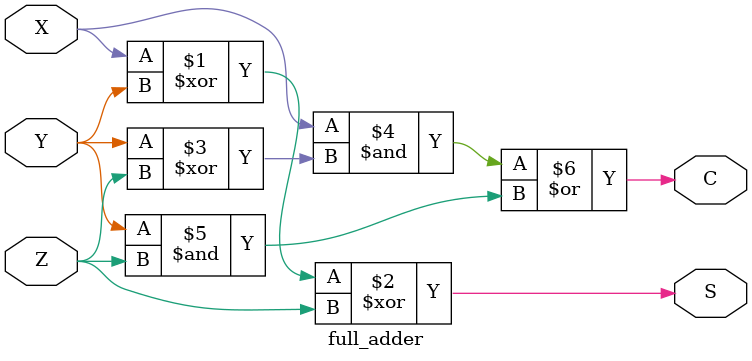
<source format=v>
module Ad_sub_4bit(a,b,sel,CB,r);  ///when sel=1 thn it performs subtraction else addition///
input [3:0]a;
input [3:0]b;
input sel;
output [3:0]r;
output CB;
wire [3:0]w;
wire [2:0]cr;

xor f1(b[0],sel,w[0]);
full_adder fa1(w[0],a[0],sel,cr[0],r[0]);

xor f2(b[1],sel,w[1]);
full_adder fa2(w[1],a[1],cr[0],cr[1],r[1]);

xor f3(b[2],sel,w[2]);
full_adder fa3(w[2],a[2],cr[1],cr[2],r[2]);

xor f4(b[3],sel,w[3]);
full_adder fa4(w[3],a[3],cr[2],CB,r[3]);

endmodule
 

////full adder/////
module full_adder(X,Y,Z,C,S);
input X,Y,Z;
output C,S;
assign S=X^Y^Z;
assign C=(X&(Y^Z))|(Y&Z);
endmodule

</source>
